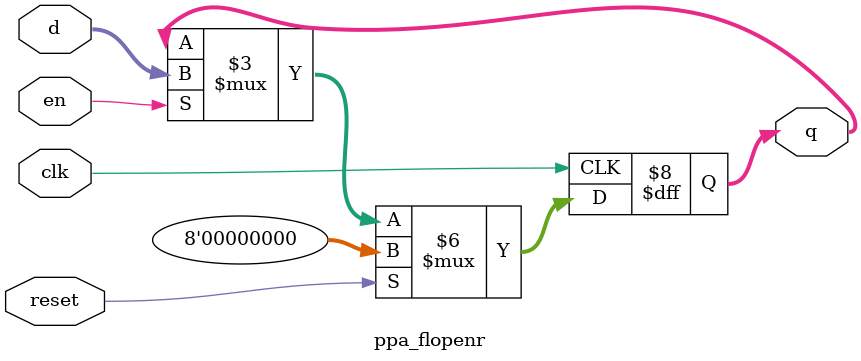
<source format=sv>

module ppa_comparator_16 #(parameter WIDTH=16) (
  input  logic [WIDTH-1:0] a, b,
  input  logic             sgnd,
  output logic [1:0]       flags);

  ppa_comparator #(WIDTH) comp (.*);
endmodule

module ppa_comparator_32 #(parameter WIDTH=32) (
  input  logic [WIDTH-1:0] a, b,
  input  logic             sgnd,
  output logic [1:0]       flags);

  ppa_comparator #(WIDTH) comp (.*);
endmodule

module ppa_comparator_64 #(parameter WIDTH=64) (
  input  logic [WIDTH-1:0] a, b,
  input  logic             sgnd,
  output logic [1:0]       flags);

  ppa_comparator #(WIDTH) comp (.*);
endmodule

module ppa_comparator #(parameter WIDTH=16) (
  input  logic [WIDTH-1:0] a, b,
  input  logic             sgnd,
  output logic [1:0]       flags);

  logic eq, lt, ltu;
  logic [WIDTH-1:0] af, bf;

  // For signed numbers, flip most significant bit
  assign af = {a[WIDTH-1] ^ sgnd, a[WIDTH-2:0]};
  assign bf = {b[WIDTH-1] ^ sgnd, b[WIDTH-2:0]};

  // behavioral description gives best results
  assign eq = (af == bf);
  assign lt = (af < bf);
  assign flags = {eq, lt};
endmodule

module ppa_add_16 #(parameter WIDTH=16) (
    input logic [WIDTH-1:0] a, b,
    output logic [WIDTH-1:0] y);

   assign y = a + b;
endmodule

module ppa_add_32 #(parameter WIDTH=32) (
    input logic [WIDTH-1:0] a, b,
    output logic [WIDTH-1:0] y);

   assign y = a + b;
endmodule

module ppa_add_64 #(parameter WIDTH=64) (
    input logic [WIDTH-1:0] a, b,
    output logic [WIDTH-1:0] y);

   assign y = a + b;
endmodule

module ppa_mult_16 #(parameter WIDTH=16) (
  input logic [WIDTH-1:0] a, b,
  output logic [WIDTH*2-1:0] y); //is this right width
  assign y = a * b;
endmodule

module ppa_mult_32 #(parameter WIDTH=32) (
  input logic [WIDTH-1:0] a, b,
  output logic [WIDTH*2-1:0] y); //is this right width
  assign y = a * b;
endmodule

module ppa_mult_64 #(parameter WIDTH=64) (
  input logic [WIDTH-1:0] a, b,
  output logic [WIDTH*2-1:0] y); //is this right width
  assign y = a * b;
endmodule

module ppa_alu_16 #(parameter WIDTH=16) (
  input  logic [WIDTH-1:0] A, B,
  input  logic [2:0]       ALUControl,
  input  logic [2:0]       Funct3,
  output logic [WIDTH-1:0] Result,
  output logic [WIDTH-1:0] Sum);

  ppa_alu #(WIDTH) alu_16 (.*);
endmodule

module ppa_alu_32 #(parameter WIDTH=32) (
  input  logic [WIDTH-1:0] A, B,
  input  logic [2:0]       ALUControl,
  input  logic [2:0]       Funct3,
  output logic [WIDTH-1:0] Result,
  output logic [WIDTH-1:0] Sum);

  ppa_alu #(WIDTH) alu_32 (.*);
endmodule

module ppa_alu_64 #(parameter WIDTH=64) (
  input  logic [WIDTH-1:0] A, B,
  input  logic [2:0]       ALUControl,
  input  logic [2:0]       Funct3,
  output logic [WIDTH-1:0] Result,
  output logic [WIDTH-1:0] Sum);

  ppa_alu #(WIDTH) alu_64 (.*);
endmodule

module ppa_alu #(parameter WIDTH=32) (
  input  logic [WIDTH-1:0] A, B,
  input  logic [2:0]       ALUControl,
  input  logic [2:0]       Funct3,
  output logic [WIDTH-1:0] Result,
  output logic [WIDTH-1:0] Sum);

  logic [WIDTH-1:0] CondInvB, Shift, SLT, SLTU, FullResult;
  logic        Carry, Neg;
  logic        LT, LTU;
  logic        W64, SubArith, ALUOp;
  logic [2:0]  ALUFunct;
  logic        Asign, Bsign;

  // Extract control signals
  // W64 indicates RV64 W-suffix instructions acting on lower 32-bit word
  // SubArith indicates subtraction
  // ALUOp = 0 for address generation addition or 1 for regular ALU
  assign {W64, SubArith, ALUOp} = ALUControl;

  // addition
  assign CondInvB = SubArith ? ~B : B;
  assign {Carry, Sum} = A + CondInvB + {{(WIDTH-1){1'b0}}, SubArith};
  
  // Shifts
  ppa_shifter #(WIDTH) sh(.A, .Amt(B[$clog2(WIDTH)-1:0]), .Right(Funct3[2]), .Arith(SubArith), .W64, .Y(Shift));

  // condition code flags based on subtract output Sum = A-B
  // Overflow occurs when the numbers being subtracted have the opposite sign 
  // and the result has the opposite sign of A
  assign Neg  = Sum[WIDTH-1];
  assign Asign = A[WIDTH-1];
  assign Bsign = B[WIDTH-1];
  assign LT = Asign & ~Bsign | Asign & Neg | ~Bsign & Neg; // simplified from Overflow = Asign & Bsign & Asign & Neg; LT = Neg ^ Overflow
  assign LTU = ~Carry;
 
  // SLT
  assign SLT = {{(WIDTH-1){1'b0}}, LT};
  assign SLTU = {{(WIDTH-1){1'b0}}, LTU};
 
  // Select appropriate ALU Result
  assign ALUFunct = Funct3 & {3{ALUOp}}; // Force ALUFunct to 0 to Add when ALUOp = 0
  always_comb
    casez (ALUFunct)
      3'b000: FullResult = Sum;       // add or sub
      3'b?01: FullResult = Shift;     // sll, sra, or srl
      3'b010: FullResult = SLT;       // slt
      3'b011: FullResult = SLTU;      // sltu
      3'b100: FullResult = A ^ B;     // xor
      3'b110: FullResult = A | B;     // or 
      3'b111: FullResult = A & B;     // and
    endcase

  // support W-type RV64I ADDW/SUBW/ADDIW/Shifts that sign-extend 32-bit result to 64 bits
  if (WIDTH==64)  assign Result = W64 ? {{32{FullResult[31]}}, FullResult[31:0]} : FullResult;
  else            assign Result = FullResult;
endmodule

module ppa_shiftleft #(parameter WIDTH=32) (
  input logic [WIDTH-1:0] a,
  input logic [$clog2(WIDTH)-1:0] amt,
  output logic [WIDTH-1:0] y);

  assign y = a << amt;
endmodule

module ppa_shifter_32 #(parameter WIDTH=32) (
  input  logic [WIDTH-1:0]     A,
  input  logic [$clog2(WIDTH)-1:0] Amt,
  input  logic                 Right, Arith, W64,
  output logic [WIDTH-1:0]     Y);

  logic [2*WIDTH-2:0]      z, zshift;
  logic [$clog2(WIDTH)-1:0]    amttrunc, offset;

  // Handle left and right shifts with a funnel shifter.
  // For RV32, only 32-bit shifts are needed.   
  // For RV64, 32 and 64-bit shifts are needed, with sign extension.

  // funnel shifter input (see CMOS VLSI Design 4e Section 11.8.1, note Table 11.11 shift types wrong)
  if (WIDTH==32) begin:shifter // RV32
    always_comb  // funnel mux
      if (Right) 
        if (Arith) z = {{31{A[31]}}, A};
        else       z = {31'b0, A};
      else         z = {A, 31'b0};
    assign amttrunc = Amt; // shift amount
  end else begin:shifter  // RV64
    always_comb  // funnel mux
      if (W64) begin // 32-bit shifts
        if (Right)
          if (Arith) z = {64'b0, {31{A[31]}}, A[31:0]};
          else       z = {95'b0, A[31:0]};
        else         z = {32'b0, A[31:0], 63'b0};
      end else begin
        if (Right)
          if (Arith) z = {{63{A[63]}}, A};
          else       z = {63'b0, A};
        else         z = {A, 63'b0};         
      end
    assign amttrunc = W64 ? {1'b0, Amt[4:0]} : Amt; // 32 or 64-bit shift
  end

  // opposite offset for right shfits
  assign offset = Right ? amttrunc : ~amttrunc;
  
  // funnel operation
  assign zshift = z >> offset;
  assign Y = zshift[WIDTH-1:0];    
endmodule

module ppa_prioritythermometer #(parameter N = 8) (
  input  logic  [N-1:0] a,
  output logic  [N-1:0] y);

  // Carefully crafted so design compiler will synthesize into a fast tree structure
  //  Rather than linear.

  // create thermometer code mask
  genvar i;
  assign y[0] = ~a[0];
  for (i=1; i<N; i++) begin:therm
    assign y[i] = y[i-1] & ~a[i];
  end
endmodule

module ppa_priorityonehot #(parameter N = 8) (
  input  logic  [N-1:0] a,
  output logic  [N-1:0] y);
  logic [N-1:0] nolower;

  // create thermometer code mask
  ppa_prioritythermometer #(N) maskgen(.a({a[N-2:0], 1'b0}), .y(nolower));
  assign y = a & nolower;
endmodule

module ppa_prioriyencoder #(parameter N = 8) (
  input  logic  [N-1:0] a,
  output logic  [$clog2(N)-1:0] y);
  // Carefully crafted so design compiler will synthesize into a fast tree structure
  //  Rather than linear.

  // create thermometer code mask
  int i;
  always_comb
    for (i=0; i<N; i++) begin:pri
      if (a[i]) y= i;
    end
endmodule

module ppa_decoder (
  input  logic  [$clog2(N)-1:0] a,
  output logic  [N-1:0] y);
  always_comb begin 
    y = 0;
    y[a] = 1;
  end
endmodule

module ppa_mux2 #(parameter WIDTH = 8) (
  input  logic [WIDTH-1:0] d0, d1, 
  input  logic             s, 
  output logic [WIDTH-1:0] y);

  assign y = s ? d1 : d0; 
endmodule

module ppa_mux3 #(parameter WIDTH = 8) (
  input  logic [WIDTH-1:0] d0, d1, d2,
  input  logic [1:0]       s, 
  output logic [WIDTH-1:0] y);

  assign y = s[1] ? d2 : (s[0] ? d1 : d0); 
endmodule

module ppa_mux4 #(parameter WIDTH = 8) (
  input  logic [WIDTH-1:0] d0, d1, d2, d3,
  input  logic [1:0]       s, 
  output logic [WIDTH-1:0] y);

  assign y = s[1] ? (s[0] ? d3 : d2) : (s[0] ? d1 : d0); 
endmodule

module ppa_mux6 #(parameter WIDTH = 8) (
  input  logic [WIDTH-1:0] d0, d1, d2, d3, d4, d5,
  input  logic [2:0]       s, 
  output logic [WIDTH-1:0] y);

  assign y = s[2] ? (s[0] ? d5 : d4) : (s[1] ? (s[0] ? d3 : d2) : (s[0] ? d1 : d0)); 
endmodule

module ppa_mux8 #(parameter WIDTH = 8) (
  input  logic [WIDTH-1:0] d0, d1, d2, d3, d4, d5, d6, d7,
  input  logic [2:0]       s, 
  output logic [WIDTH-1:0] y);

  assign y = s[2] ? (s[1] ? (s[0] ? d5 : d4) : (s[0] ? d6 : d7)) : (s[1] ? (s[0] ? d3 : d2) : (s[0] ? d1 : d0)); 
endmodule

// *** some way to express data-critical inputs

module ppa_flop #(parameter WIDTH = 8) ( 
  input  logic             clk,
  input  logic [WIDTH-1:0] d, 
  output logic [WIDTH-1:0] q);

  always_ff @(posedge clk)
    q <= #1 d;
endmodule

module ppa_flopr #(parameter WIDTH = 8) ( 
  input  logic             clk, reset,
  input  logic [WIDTH-1:0] d, 
  output logic [WIDTH-1:0] q);

  always_ff @(posedge clk)
    if (reset) q <= #1 0;
    else       q <= #1 d;
endmodule

module ppa_floprasynnc #(parameter WIDTH = 8) ( 
  input  logic             clk, reset,
  input  logic [WIDTH-1:0] d, 
  output logic [WIDTH-1:0] q);

  always_ff @(posedge clk or posedge reset)
    if (reset) q <= #1 0;
    else       q <= #1 d;
endmodule

module ppa_flopenr #(parameter WIDTH = 8) (
  input  logic             clk, reset, en,
  input  logic [WIDTH-1:0] d, 
  output logic [WIDTH-1:0] q);

  always_ff @(posedge clk)
    if (reset)   q <= #1 0;
    else if (en) q <= #1 d;
endmodule

</source>
